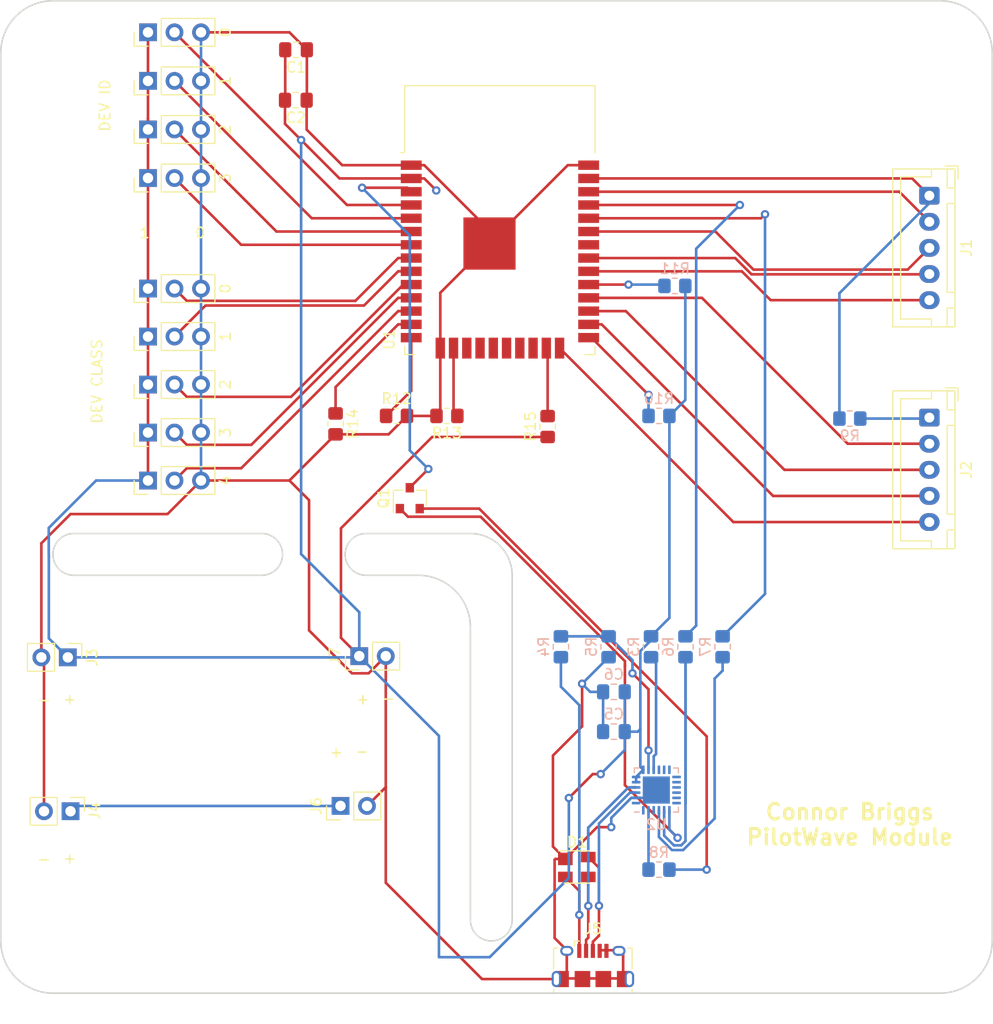
<source format=kicad_pcb>
(kicad_pcb (version 20211014) (generator pcbnew)
  (layers (0 "F.Cu" signal) (31 "B.Cu" signal) (34 "B.Paste" user) (35 "F.Paste" user) (36 "B.SilkS" user "B.Silkscreen") (37 "F.SilkS" user "F.Silkscreen") (38 "B.Mask" user) (39 "F.Mask" user) (44 "Edge.Cuts" user))
  (net 0 "")
  (net 1 "+3V3")
  (net 2 "Earth")
  (net 3 "+5V")
  (net 4 "Net-(D1-Pad4)")
  (net 5 "Net-(D1-Pad3)")
  (net 6 "Net-(D1-Pad2)")
  (net 7 "DEVCL_0")
  (net 8 "DEVCL_1")
  (net 9 "DEVCL_2")
  (net 10 "DEVCL_3")
  (net 11 "DEVCL_4")
  (net 12 "DEVID_0")
  (net 13 "DEVID_1")
  (net 14 "DEVID_2")
  (net 15 "DEVID_3")
  (net 16 "Net-(Q1-Pad1)")
  (net 17 "EN")
  (net 18 "Net-(Q1-Pad2)")
  (net 19 "Net-(R3-Pad2)")
  (net 20 "Net-(R6-Pad2)")
  (net 21 "TXD0")
  (net 22 "Net-(R7-Pad2)")
  (net 23 "RXD0")
  (net 24 "Net-(R8-Pad2)")
  (net 25 "IO0")
  (net 26 "IO5")
  (net 27 "MTDI")
  (net 28 "MTCK")
  (net 29 "MTMS")
  (net 30 "MTDO")
  (net 50 "DATA_IO")
  (net 51 "SHCP_1")
  (net 52 "STCP_1")
  (net 53 "OE_1")
  (net 54 "MR_1")
  (net 55 "SHCP_2")
  (net 56 "STCP_2")
  (net 57 "PL_2")
  (net 58 "MR_2")
  (net 59 "Net-(J2-Pad1)")
  (net 60 "Net-(R4-Pad1)")
  (footprint "Connector_JST:JST_XH_B5B-XH-A_1x05_P2.50mm_Vertical" (layer "F.Cu") (at 188.976 73.66 -90)
    (fp_text reference "J1")
    (fp_text value "OUTPUT")
  )
  (footprint "Connector_JST:JST_XH_B5B-XH-A_1x05_P2.50mm_Vertical" (layer "F.Cu") (at 188.976 94.902 -90)
    (fp_text reference "J2")
    (fp_text value "INPUT")
  )
  (footprint "MountingHole:MountingHole_4.3mm_M4_ISO14580" (layer "F.Cu") (at 105 145)
    (fp_text reference "REF**" hide)
    (fp_text value "MountingHole_4.3mm_M4_ISO14580" hide)
  )
  (footprint "Capacitor_SMD:C_0805_2012Metric_Pad1.18x1.45mm_HandSolder" (layer "F.Cu") (at 128.2915 59.69 180)
    (fp_text reference "C1")
    (fp_text value "10 uF")
  )
  (footprint "Capacitor_SMD:C_0805_2012Metric_Pad1.18x1.45mm_HandSolder" (layer "F.Cu") (at 128.27 64.516 180)
    (fp_text reference "C2")
    (fp_text value "0.1 uF")
  )
  (footprint "Package_TO_SOT_SMD:SOT-143" (layer "F.Cu") (at 155.194 137.922)
    (fp_text reference "D1")
    (fp_text value "SP0503BAHT")
  )
  (footprint "Connector_PinHeader_2.54mm:PinHeader_1x02_P2.54mm_Vertical" (layer "F.Cu") (at 106.426 117.856 -90)
    (fp_text reference "J3")
    (fp_text value "3V3 OUT")
  )
  (footprint "Connector_PinHeader_2.54mm:PinHeader_1x02_P2.54mm_Vertical" (layer "F.Cu") (at 106.68 132.588 -90)
    (fp_text reference "J4")
    (fp_text value "5V OUT")
  )
  (footprint "Connector_USB:USB_Micro-B_Amphenol_10118194_Horizontal" (layer "F.Cu") (at 156.734 147.3525)
    (fp_text reference "J5")
    (fp_text value "USB_B_Micro")
  )
  (footprint "Connector_PinHeader_2.54mm:PinHeader_1x03_P2.54mm_Vertical" (layer "F.Cu") (at 114.106 82.55 90)
    (fp_text reference "JP1")
    (fp_text value "0")
  )
  (footprint "Connector_PinHeader_2.54mm:PinHeader_1x03_P2.54mm_Vertical" (layer "F.Cu") (at 114.106 87.144 90)
    (fp_text reference "JP2")
    (fp_text value "1")
  )
  (footprint "Connector_PinHeader_2.54mm:PinHeader_1x03_P2.54mm_Vertical" (layer "F.Cu") (at 114.106 91.738 90)
    (fp_text reference "JP3")
    (fp_text value "2")
  )
  (footprint "Connector_PinHeader_2.54mm:PinHeader_1x03_P2.54mm_Vertical" (layer "F.Cu") (at 114.106 96.332 90)
    (fp_text reference "JP4")
    (fp_text value "3")
  )
  (footprint "Connector_PinHeader_2.54mm:PinHeader_1x03_P2.54mm_Vertical" (layer "F.Cu") (at 114.106 100.926 90)
    (fp_text reference "JP5")
    (fp_text value "4")
  )
  (footprint "Connector_PinHeader_2.54mm:PinHeader_1x03_P2.54mm_Vertical" (layer "F.Cu") (at 114.106 58.02 90)
    (fp_text reference "JP6")
    (fp_text value "0")
  )
  (footprint "Connector_PinHeader_2.54mm:PinHeader_1x03_P2.54mm_Vertical" (layer "F.Cu") (at 114.106 62.67 90)
    (fp_text reference "JP7")
    (fp_text value "1")
  )
  (footprint "Connector_PinHeader_2.54mm:PinHeader_1x03_P2.54mm_Vertical" (layer "F.Cu") (at 114.106 67.32 90)
    (fp_text reference "JP8")
    (fp_text value "2")
  )
  (footprint "Connector_PinHeader_2.54mm:PinHeader_1x03_P2.54mm_Vertical" (layer "F.Cu") (at 114.106 71.97 90)
    (fp_text reference "JP9")
    (fp_text value "3")
  )
  (footprint "Package_TO_SOT_SMD:SOT-23" (layer "F.Cu") (at 139.192 102.616 90)
    (fp_text reference "Q1")
    (fp_text value "S8050")
  )
  (footprint "Resistor_SMD:R_0805_2012Metric_Pad1.20x1.40mm_HandSolder" (layer "F.Cu") (at 137.922 94.742)
    (fp_text reference "R12")
    (fp_text value "10 K")
  )
  (footprint "Resistor_SMD:R_0805_2012Metric_Pad1.20x1.40mm_HandSolder" (layer "F.Cu") (at 142.748 94.742 180)
    (fp_text reference "R13")
    (fp_text value "10 K")
  )
  (footprint "Resistor_SMD:R_0805_2012Metric_Pad1.20x1.40mm_HandSolder" (layer "F.Cu") (at 132.08 95.504 -90)
    (fp_text reference "R14")
    (fp_text value "10 K")
  )
  (footprint "Resistor_SMD:R_0805_2012Metric_Pad1.20x1.40mm_HandSolder" (layer "F.Cu") (at 152.4 95.758 90)
    (fp_text reference "R15")
    (fp_text value "10 K")
  )
  (footprint "RF_Module:ESP32-WROOM-32" (layer "F.Cu") (at 147.828 78.994)
    (fp_text reference "U1")
    (fp_text value "ESP32-WROOM-32")
  )
  (footprint "MountingHole:MountingHole_4.3mm_M4_ISO14580" (layer "F.Cu") (at 105 60)
    (fp_text reference "REF**" hide)
    (fp_text value "MountingHole_4.3mm_M4_ISO14580" hide)
  )
  (footprint "MountingHole:MountingHole_4.3mm_M4_ISO14580" (layer "F.Cu") (at 190 60)
    (fp_text reference "REF**" hide)
    (fp_text value "MountingHole_4.3mm_M4_ISO14580" hide)
  )
  (footprint "MountingHole:MountingHole_4.3mm_M4_ISO14580" (layer "F.Cu") (at 190 145)
    (fp_text reference "REF**" hide)
    (fp_text value "MountingHole_4.3mm_M4_ISO14580" hide)
  )
  (footprint "Connector_PinHeader_2.54mm:PinHeader_1x02_P2.54mm_Vertical" (layer "F.Cu") (at 134.35 117.7375 90)
    (fp_text reference "J7")
    (fp_text value "3V3 IN")
  )
  (footprint "Connector_PinHeader_2.54mm:PinHeader_1x02_P2.54mm_Vertical" (layer "F.Cu") (at 132.55 132.08 90)
    (fp_text reference "J6")
    (fp_text value "5V IN")
  )
  (footprint "Resistor_SMD:R_0805_2012Metric_Pad1.20x1.40mm_HandSolder" (layer "B.Cu") (at 181.356 94.996)
    (fp_text reference "R9")
    (fp_text value "1 K")
  )
  (footprint "Capacitor_SMD:C_0805_2012Metric_Pad1.18x1.45mm_HandSolder" (layer "B.Cu") (at 158.75 124.968 180)
    (fp_text reference "C5")
    (fp_text value "4.7 uF")
  )
  (footprint "Capacitor_SMD:C_0805_2012Metric_Pad1.18x1.45mm_HandSolder" (layer "B.Cu") (at 158.75 121.158 180)
    (fp_text reference "C6")
    (fp_text value "0.1 uF")
  )
  (footprint "Resistor_SMD:R_0805_2012Metric_Pad1.20x1.40mm_HandSolder" (layer "B.Cu") (at 162.306 116.84 -90)
    (fp_text reference "R3")
    (fp_text value "1 K")
  )
  (footprint "Resistor_SMD:R_0805_2012Metric_Pad1.20x1.40mm_HandSolder" (layer "B.Cu") (at 153.67 116.84 -90)
    (fp_text reference "R4")
    (fp_text value "22.1 K")
  )
  (footprint "Resistor_SMD:R_0805_2012Metric_Pad1.20x1.40mm_HandSolder" (layer "B.Cu") (at 158.242 116.84 -90)
    (fp_text reference "R5")
    (fp_text value "47.5 K")
  )
  (footprint "Resistor_SMD:R_0805_2012Metric_Pad1.20x1.40mm_HandSolder" (layer "B.Cu") (at 165.608 116.84 -90)
    (fp_text reference "R6")
    (fp_text value "1 K")
  )
  (footprint "Resistor_SMD:R_0805_2012Metric_Pad1.20x1.40mm_HandSolder" (layer "B.Cu") (at 169.164 116.84 -90)
    (fp_text reference "R7")
    (fp_text value "1 K")
  )
  (footprint "Resistor_SMD:R_0805_2012Metric_Pad1.20x1.40mm_HandSolder" (layer "B.Cu") (at 163.068 138.176 180)
    (fp_text reference "R8")
    (fp_text value "10 K")
  )
  (footprint "Resistor_SMD:R_0805_2012Metric_Pad1.20x1.40mm_HandSolder" (layer "B.Cu") (at 163.068 94.742 180)
    (fp_text reference "R10")
    (fp_text value "10 K")
  )
  (footprint "Resistor_SMD:R_0805_2012Metric_Pad1.20x1.40mm_HandSolder" (layer "B.Cu") (at 164.592 82.296 180)
    (fp_text reference "R11")
    (fp_text value "10 K")
  )
  (footprint "Package_DFN_QFN:QFN-24-1EP_4x4mm_P0.5mm_EP2.6x2.6mm" (layer "B.Cu") (at 162.814 130.556)
    (fp_text reference "U2")
    (fp_text value "CP2102N-A01-GQFN24")
  )
  (gr_line (start 100 145) (end 100 60) (layer "Edge.Cuts") (width 0.15))
  (gr_line (start 135 110) (end 140 110) (layer "Edge.Cuts") (width 0.15))
  (gr_arc (start 100 60) (mid 101.464466 56.464466) (end 105 55) (layer "Edge.Cuts") (width 0.15))
  (gr_line (start 105 150) (end 190 150) (layer "Edge.Cuts") (width 0.15))
  (gr_arc (start 135 110) (mid 133 108) (end 135 106) (layer "Edge.Cuts") (width 0.15))
  (gr_arc (start 140 110) (mid 143.535534 111.464466) (end 145 115) (layer "Edge.Cuts") (width 0.15))
  (gr_arc (start 145 106) (mid 147.828427 107.171573) (end 149 110) (layer "Edge.Cuts") (width 0.15))
  (gr_arc (start 125 106) (mid 127 108) (end 125 110) (layer "Edge.Cuts") (width 0.15))
  (gr_line (start 105 55) (end 190 55) (layer "Edge.Cuts") (width 0.15))
  (gr_line (start 195 60) (end 195 145) (layer "Edge.Cuts") (width 0.15))
  (gr_arc (start 190 55) (mid 193.535534 56.464466) (end 195 60) (layer "Edge.Cuts") (width 0.15))
  (gr_arc (start 149 143) (mid 147 145) (end 145 143) (layer "Edge.Cuts") (width 0.15))
  (gr_line (start 107 106) (end 125 106) (layer "Edge.Cuts") (width 0.15))
  (gr_arc (start 107 110) (mid 105 108) (end 107 106) (layer "Edge.Cuts") (width 0.15))
  (gr_arc (start 105 150) (mid 101.464466 148.535534) (end 100 145) (layer "Edge.Cuts") (width 0.15))
  (gr_line (start 107 110) (end 125 110) (layer "Edge.Cuts") (width 0.15))
  (gr_line (start 135 106) (end 145 106) (layer "Edge.Cuts") (width 0.15))
  (gr_line (start 149 110) (end 149 143) (layer "Edge.Cuts") (width 0.15))
  (gr_line (start 145 115) (end 145 143) (layer "Edge.Cuts") (width 0.15))
  (gr_arc (start 195 145) (mid 193.535534 148.535534) (end 190 150) (layer "Edge.Cuts") (width 0.15))
  (gr_text "-" (at 104.14 121.92) (layer "F.SilkS") (effects (font (size 1 1))))
  (gr_text "+" (at 134.62 121.92 90) (layer "F.SilkS") (effects (font (size 1 1))))
  (gr_text "+" (at 106.68 121.92 270) (layer "F.SilkS") (effects (font (size 1 1))))
  (gr_text "0" (at 119.126 77.216) (layer "F.SilkS") (effects (font (size 1 1))))
  (gr_text "DEV ID" (at 109.982 65.024 90) (layer "F.SilkS") (effects (font (size 1 1))))
  (gr_text "-" (at 134.62 127 180) (layer "F.SilkS") (effects (font (size 1 1))))
  (gr_text "+" (at 106.68 137.16 270) (layer "F.SilkS") (effects (font (size 1 1))))
  (gr_text "Connor Briggs\nPilotWave Module" (at 181.356 133.858) (layer "F.SilkS") (effects (font (size 1.5 1.5) (thickness 0.3))))
  (gr_text "-" (at 104.14 137.16) (layer "F.SilkS") (effects (font (size 1 1))))
  (gr_text "+" (at 132.08 127 90) (layer "F.SilkS") (effects (font (size 1 1))))
  (gr_text "-" (at 137.16 121.92 180) (layer "F.SilkS") (effects (font (size 1 1))))
  (gr_text "1" (at 113.792 77.216) (layer "F.SilkS") (effects (font (size 1 1))))
  (gr_text "DEV CLASS" (at 109.22 91.44 90) (layer "F.SilkS") (effects (font (size 1 1))))
  (segment (start 141.7265 73.1575) (end 141.732 73.163) (width 0.25) (layer "F.Cu") (net 1))
  (segment (start 154.432 131.318) (end 154.432 131.318) (width 0.25) (layer "F.Cu") (net 1))
  (segment (start 128.778 68.326) (end 129.54 69.088) (width 0.25) (layer "F.Cu") (net 1))
  (segment (start 114.106 91.738) (end 114.106 87.144) (width 0.25) (layer "F.Cu") (net 1))
  (segment (start 114.106 96.332) (end 114.106 91.738) (width 0.25) (layer "F.Cu") (net 1))
  (segment (start 139.328 72.009) (end 140.578 72.009) (width 0.25) (layer "F.Cu") (net 1))
  (segment (start 114.106 67.32) (end 114.106 71.97) (width 0.25) (layer "F.Cu") (net 1))
  (segment (start 129.3075 68.8555) (end 129.54 69.088) (width 0.25) (layer "F.Cu") (net 1))
  (segment (start 114.106 82.55) (end 114.106 71.97) (width 0.25) (layer "F.Cu") (net 1))
  (segment (start 127.2325 64.516) (end 127.2325 66.7805) (width 0.25) (layer "F.Cu") (net 1))
  (segment (start 127.254 64.4945) (end 127.2325 64.516) (width 0.25) (layer "F.Cu") (net 1))
  (segment (start 114.106 62.67) (end 114.106 58.02) (width 0.25) (layer "F.Cu") (net 1))
  (segment (start 132.597097 115.984597) (end 134.35 117.7375) (width 0.25) (layer "F.Cu") (net 1))
  (segment (start 114.106 100.926) (end 114.106 96.332) (width 0.25) (layer "F.Cu") (net 1))
  (segment (start 132.461 72.009) (end 139.328 72.009) (width 0.25) (layer "F.Cu") (net 1))
  (segment (start 157.48 129.032) (end 156.718 129.032) (width 0.25) (layer "F.Cu") (net 1))
  (segment (start 132.597097 105.497808) (end 132.597097 115.984597) (width 0.25) (layer "F.Cu") (net 1))
  (segment (start 127.2325 66.7805) (end 128.778 68.326) (width 0.25) (layer "F.Cu") (net 1))
  (segment (start 156.718 129.032) (end 154.432 131.318) (width 0.25) (layer "F.Cu") (net 1))
  (segment (start 152.4 96.758) (end 141.336905 96.758) (width 0.25) (layer "F.Cu") (net 1))
  (segment (start 114.106 67.32) (end 114.106 62.67) (width 0.25) (layer "F.Cu") (net 1))
  (segment (start 127.254 59.69) (end 127.254 64.4945) (width 0.25) (layer "F.Cu") (net 1))
  (segment (start 114.106 67.32) (end 114.106 66.234) (width 0.25) (layer "F.Cu") (net 1))
  (segment (start 114.106 87.144) (end 114.106 82.55) (width 0.25) (layer "F.Cu") (net 1))
  (segment (start 140.578 72.009) (end 141.7265 73.1575) (width 0.25) (layer "F.Cu") (net 1))
  (segment (start 129.54 69.088) (end 132.461 72.009) (width 0.25) (layer "F.Cu") (net 1))
  (segment (start 141.336905 96.758) (end 132.597097 105.497808) (width 0.25) (layer "F.Cu") (net 1))
  (via (at 154.432 131.318) (size 0.8) (drill 0.4) (layers "F.Cu" "B.Cu") (net 1))
  (via (at 128.778 68.326) (size 0.8) (drill 0.4) (layers "F.Cu" "B.Cu") (net 1))
  (via (at 141.7265 73.1575) (size 0.8) (drill 0.4) (layers "F.Cu" "B.Cu") (net 1))
  (via (at 157.48 129.032) (size 0.8) (drill 0.4) (layers "F.Cu" "B.Cu") (net 1))
  (segment (start 157.48 129.032) (end 157.48 129.032) (width 0.25) (layer "B.Cu") (net 1))
  (segment (start 159.7875 124.968) (end 161.036 124.968) (width 0.25) (layer "B.Cu") (net 1))
  (segment (start 154.432 138.970674) (end 146.844674 146.558) (width 0.25) (layer "B.Cu") (net 1))
  (segment (start 154.432 131.318) (end 154.432 138.970674) (width 0.25) (layer "B.Cu") (net 1))
  (segment (start 146.844674 146.558) (end 141.986 146.558) (width 0.25) (layer "B.Cu") (net 1))
  (segment (start 161.28099 128.33549) (end 161.28099 124.72301) (width 0.25) (layer "B.Cu") (net 1))
  (segment (start 128.778 107.963799) (end 128.778 68.326) (width 0.25) (layer "B.Cu") (net 1))
  (segment (start 109.132 100.926) (end 114.106 100.926) (width 0.25) (layer "B.Cu") (net 1))
  (segment (start 104.603574 116.033574) (end 104.603574 108.164229) (width 0.25) (layer "B.Cu") (net 1))
  (segment (start 104.596375 107.843324) (end 104.596375 105.461625) (width 0.25) (layer "B.Cu") (net 1))
  (segment (start 161.036 124.968) (end 161.28099 124.72301) (width 0.25) (layer "B.Cu") (net 1))
  (segment (start 164.068 94.742) (end 164.068 114.078) (width 0.25) (layer "B.Cu") (net 1))
  (segment (start 165.592 93.218) (end 164.068 94.742) (width 0.25) (layer "B.Cu") (net 1))
  (segment (start 162.306 116.22681) (end 162.306 115.84) (width 0.25) (layer "B.Cu") (net 1))
  (segment (start 161.28099 117.25182) (end 162.306 116.22681) (width 0.25) (layer "B.Cu") (net 1))
  (segment (start 106.426 117.856) (end 134.2315 117.856) (width 0.25) (layer "B.Cu") (net 1))
  (segment (start 104.596375 105.461625) (end 109.132 100.926) (width 0.25) (layer "B.Cu") (net 1))
  (segment (start 160.8765 129.806) (end 160.8765 129.306) (width 0.25) (layer "B.Cu") (net 1))
  (segment (start 161.28099 124.72301) (end 161.28099 117.25182) (width 0.25) (layer "B.Cu") (net 1))
  (segment (start 128.778 107.963799) (end 134.35 113.535799) (width 0.25) (layer "B.Cu") (net 1))
  (segment (start 165.592 82.296) (end 165.592 93.218) (width 0.25) (layer "B.Cu") (net 1))
  (segment (start 160.8765 129.306) (end 161.564 128.6185) (width 0.25) (layer "B.Cu") (net 1))
  (segment (start 141.986 125.3735) (end 134.35 117.7375) (width 0.25) (layer "B.Cu") (net 1))
  (segment (start 134.2315 117.856) (end 134.35 117.7375) (width 0.25) (layer "B.Cu") (net 1))
  (segment (start 106.426 117.856) (end 104.603574 116.033574) (width 0.25) (layer "B.Cu") (net 1))
  (segment (start 134.35 113.535799) (end 134.35 117.7375) (width 0.25) (layer "B.Cu") (net 1))
  (segment (start 141.986 146.558) (end 141.986 125.3735) (width 0.25) (layer "B.Cu") (net 1))
  (segment (start 161.564 128.6185) (end 161.28099 128.33549) (width 0.25) (layer "B.Cu") (net 1))
  (segment (start 104.603574 108.164229) (end 104.596375 107.843324) (width 0.25) (layer "B.Cu") (net 1))
  (segment (start 164.068 114.078) (end 162.306 115.84) (width 0.25) (layer "B.Cu") (net 1))
  (segment (start 159.7875 124.968) (end 159.7875 126.7245) (width 0.25) (layer "B.Cu") (net 1))
  (segment (start 159.7875 126.7245) (end 157.48 129.032) (width 0.25) (layer "B.Cu") (net 1))
  (segment (start 159.7875 121.158) (end 159.7875 124.968) (width 0.25) (layer "B.Cu") (net 1))
  (segment (start 129.329 59.69) (end 129.329 64.4945) (width 0.25) (layer "F.Cu") (net 2))
  (segment (start 136.89 139.43) (end 146.1125 148.6525) (width 0.25) (layer "F.Cu") (net 2))
  (segment (start 155.702 120.38) (end 155.702 124.46) (width 0.25) (layer "F.Cu") (net 2))
  (segment (start 146.828 76.989) (end 146.828 78.239) (width 0.25) (layer "F.Cu") (net 2))
  (segment (start 153.144 137.152) (end 153.068999 137.227001) (width 0.25) (layer "F.Cu") (net 2))
  (segment (start 132.08 96.504) (end 137.16 96.504) (width 0.25) (layer "F.Cu") (net 2))
  (segment (start 137.16 96.504) (end 138.922 94.742) (width 0.25) (layer "F.Cu") (net 2))
  (segment (start 127.659 58.02) (end 119.186 58.02) (width 0.25) (layer "F.Cu") (net 2))
  (segment (start 159.234 145.89) (end 158.034 145.89) (width 0.25) (layer "F.Cu") (net 2))
  (segment (start 136.89 130.28) (end 136.89 139.43) (width 0.25) (layer "F.Cu") (net 2))
  (segment (start 103.886 106.934) (end 106.68 104.14) (width 0.25) (layer "F.Cu") (net 2))
  (segment (start 104.14 132.588) (end 104.14 118.11) (width 0.25) (layer "F.Cu") (net 2))
  (segment (start 152.908 135.966) (end 154.094 137.152) (width 0.25) (layer "F.Cu") (net 2))
  (segment (start 136.89 117.7375) (end 136.89 130.28) (width 0.25) (layer "F.Cu") (net 2))
  (segment (start 138.922 94.742) (end 141.748 94.742) (width 0.25) (layer "F.Cu") (net 2))
  (segment (start 154.094 137.152) (end 153.144 137.152) (width 0.25) (layer "F.Cu") (net 2))
  (segment (start 106.68 104.14) (end 115.972 104.14) (width 0.25) (layer "F.Cu") (net 2))
  (segment (start 104.14 118.11) (end 103.886 117.856) (width 0.25) (layer "F.Cu") (net 2))
  (segment (start 133.6425 119.38) (end 135.2475 119.38) (width 0.25) (layer "F.Cu") (net 2))
  (segment (start 142.113 94.377) (end 141.748 94.742) (width 0.25) (layer "F.Cu") (net 2))
  (segment (start 115.972 104.14) (end 119.186 100.926) (width 0.25) (layer "F.Cu") (net 2))
  (segment (start 127.658 100.926) (end 132.08 96.504) (width 0.25) (layer "F.Cu") (net 2))
  (segment (start 155.734 148.59) (end 157.734 148.59) (width 0.25) (layer "F.Cu") (net 2))
  (segment (start 129.3075 67.3315) (end 132.715 70.739) (width 0.25) (layer "F.Cu") (net 2))
  (segment (start 158.034 145.89) (end 157.384 145.89) (width 0.25) (layer "F.Cu") (net 2))
  (segment (start 142.113 82.954) (end 142.113 88.249) (width 0.25) (layer "F.Cu") (net 2))
  (segment (start 152.908 127.254) (end 152.908 135.966) (width 0.25) (layer "F.Cu") (net 2))
  (segment (start 154.234 148.19) (end 153.834 148.59) (width 0.25) (layer "F.Cu") (net 2))
  (segment (start 158.496 134.112) (end 157.134 134.112) (width 0.25) (layer "F.Cu") (net 2))
  (segment (start 154.234 145.89) (end 154.234 148.19) (width 0.25) (layer "F.Cu") (net 2))
  (segment (start 155.702 124.46) (end 152.908 127.254) (width 0.25) (layer "F.Cu") (net 2))
  (segment (start 129.54 115.2775) (end 133.6425 119.38) (width 0.25) (layer "F.Cu") (net 2))
  (segment (start 159.634 146.29) (end 159.234 145.89) (width 0.25) (layer "F.Cu") (net 2))
  (segment (start 129.329 64.4945) (end 129.3075 64.516) (width 0.25) (layer "F.Cu") (net 2))
  (segment (start 129.3075 64.516) (end 129.3075 67.3315) (width 0.25) (layer "F.Cu") (net 2))
  (segment (start 154.328 70.739) (end 156.328 70.739) (width 0.25) (layer "F.Cu") (net 2))
  (segment (start 159.634 148.59) (end 159.634 146.29) (width 0.25) (layer "F.Cu") (net 2))
  (segment (start 142.113 88.249) (end 142.113 94.377) (width 0.25) (layer "F.Cu") (net 2))
  (segment (start 153.834 148.59) (end 155.734 148.59) (width 0.25) (layer "F.Cu") (net 2))
  (segment (start 157.734 148.59) (end 159.634 148.59) (width 0.25) (layer "F.Cu") (net 2))
  (segment (start 103.886 117.856) (end 103.886 106.934) (width 0.25) (layer "F.Cu") (net 2))
  (segment (start 119.186 100.926) (end 127.658 100.926) (width 0.25) (layer "F.Cu") (net 2))
  (segment (start 132.715 70.739) (end 139.328 70.739) (width 0.25) (layer "F.Cu") (net 2))
  (segment (start 159.634 148.59) (end 160.234 148.59) (width 0.25) (layer "F.Cu") (net 2))
  (segment (start 146.1125 148.6525) (end 153.234 148.6525) (width 0.25) (layer "F.Cu") (net 2))
  (segment (start 129.54 102.808) (end 129.54 115.2775) (width 0.25) (layer "F.Cu") (net 2))
  (segment (start 135.2475 119.38) (end 136.89 117.7375) (width 0.25) (layer "F.Cu") (net 2))
  (segment (start 153.068999 144.724999) (end 154.234 145.89) (width 0.25) (layer "F.Cu") (net 2))
  (segment (start 153.834 148.59) (end 153.234 148.59) (width 0.25) (layer "F.Cu") (net 2))
  (segment (start 139.328 70.739) (end 140.578 70.739) (width 0.25) (layer "F.Cu") (net 2))
  (segment (start 136.89 130.28) (end 135.09 132.08) (width 0.25) (layer "F.Cu") (net 2))
  (segment (start 140.578 70.739) (end 146.828 76.989) (width 0.25) (layer "F.Cu") (net 2))
  (segment (start 129.329 59.69) (end 127.659 58.02) (width 0.25) (layer "F.Cu") (net 2))
  (segment (start 146.828 78.239) (end 142.113 82.954) (width 0.25) (layer "F.Cu") (net 2))
  (segment (start 146.828 78.239) (end 154.328 70.739) (width 0.25) (layer "F.Cu") (net 2))
  (segment (start 153.068999 137.227001) (end 153.068999 144.724999) (width 0.25) (layer "F.Cu") (net 2))
  (segment (start 127.658 100.926) (end 129.54 102.808) (width 0.25) (layer "F.Cu") (net 2))
  (segment (start 157.134 134.112) (end 154.094 137.152) (width 0.25) (layer "F.Cu") (net 2))
  (via (at 155.702 120.38) (size 0.8) (drill 0.4) (layers "F.Cu" "B.Cu") (net 2))
  (via (at 158.496 134.112) (size 0.8) (drill 0.4) (layers "F.Cu" "B.Cu") (net 2))
  (segment (start 155.702 120.38) (end 155.702 120.38) (width 0.25) (layer "B.Cu") (net 2))
  (segment (start 119.186 91.738) (end 119.186 96.332) (width 0.25) (layer "B.Cu") (net 2))
  (segment (start 119.186 62.67) (end 119.186 67.32) (width 0.25) (layer "B.Cu") (net 2))
  (segment (start 162.064 131.306) (end 162.814 130.556) (width 0.25) (layer "B.Cu") (net 2))
  (segment (start 157.7125 121.158) (end 156.48 121.158) (width 0.25) (layer "B.Cu") (net 2))
  (segment (start 158.496 133.225978) (end 160.415978 131.306) (width 0.25) (layer "B.Cu") (net 2))
  (segment (start 160.8765 131.306) (end 162.064 131.306) (width 0.25) (layer "B.Cu") (net 2))
  (segment (start 119.186 96.332) (end 119.186 100.926) (width 0.25) (layer "B.Cu") (net 2))
  (segment (start 119.186 87.144) (end 119.186 91.738) (width 0.25) (layer "B.Cu") (net 2))
  (segment (start 119.186 58.02) (end 119.186 62.67) (width 0.25) (layer "B.Cu") (net 2))
  (segment (start 160.415978 131.306) (end 160.8765 131.306) (width 0.25) (layer "B.Cu") (net 2))
  (segment (start 119.186 67.32) (end 119.186 71.97) (width 0.25) (layer "B.Cu") (net 2))
  (segment (start 158.496 134.112) (end 158.496 133.225978) (width 0.25) (layer "B.Cu") (net 2))
  (segment (start 157.7125 124.968) (end 157.7125 121.158) (width 0.25) (layer "B.Cu") (net 2))
  (segment (start 158.242 117.84) (end 155.702 120.38) (width 0.25) (layer "B.Cu") (net 2))
  (segment (start 156.48 121.158) (end 155.702 120.38) (width 0.25) (layer "B.Cu") (net 2))
  (segment (start 119.186 71.97) (end 119.186 82.55) (width 0.25) (layer "B.Cu") (net 2))
  (segment (start 119.186 82.55) (end 119.186 87.144) (width 0.25) (layer "B.Cu") (net 2))
  (segment (start 132.55 132.08) (end 107.188 132.08) (width 0.25) (layer "B.Cu") (net 3))
  (segment (start 107.188 132.08) (end 106.68 132.588) (width 0.25) (layer "B.Cu") (net 3))
  (segment (start 157.319001 141.638999) (end 157.319001 144.494997) (width 0.25) (layer "F.Cu") (net 4))
  (segment (start 157.319001 144.494997) (end 156.734 145.079998) (width 0.25) (layer "F.Cu") (net 4))
  (segment (start 157.319001 137.997001) (end 157.319001 141.638999) (width 0.25) (layer "F.Cu") (net 4))
  (segment (start 156.734 145.079998) (end 156.734 145.89) (width 0.25) (layer "F.Cu") (net 4))
  (segment (start 156.294 136.972) (end 157.319001 137.997001) (width 0.25) (layer "F.Cu") (net 4))
  (via (at 157.319001 141.638999) (size 0.8) (drill 0.4) (layers "F.Cu" "B.Cu") (net 4))
  (segment (start 160.415978 130.806) (end 160.8765 130.806) (width 0.25) (layer "B.Cu") (net 4))
  (segment (start 160.279568 130.806) (end 157.319001 133.766567) (width 0.25) (layer "B.Cu") (net 4))
  (segment (start 157.319001 133.766567) (end 157.319001 133.902977) (width 0.25) (layer "B.Cu") (net 4))
  (segment (start 157.319001 141.638999) (end 157.319001 133.902977) (width 0.25) (layer "B.Cu") (net 4))
  (segment (start 160.8765 130.806) (end 160.279568 130.806) (width 0.25) (layer "B.Cu") (net 4))
  (segment (start 156.294 141.648) (end 156.294 144.696) (width 0.25) (layer "F.Cu") (net 5))
  (segment (start 156.294 138.872) (end 156.294 141.648) (width 0.25) (layer "F.Cu") (net 5))
  (segment (start 156.294 144.696) (end 156.084 144.906) (width 0.25) (layer "F.Cu") (net 5))
  (segment (start 156.084 144.906) (end 156.084 145.89) (width 0.25) (layer "F.Cu") (net 5))
  (via (at 156.294 141.648) (size 0.8) (drill 0.4) (layers "F.Cu" "B.Cu") (net 5))
  (segment (start 160.8765 130.306) (end 160.143158 130.306) (width 0.25) (layer "B.Cu") (net 5))
  (segment (start 156.294 134.79) (end 156.294 134.291568) (width 0.25) (layer "B.Cu") (net 5))
  (segment (start 156.294 134.155158) (end 156.294 134.79) (width 0.25) (layer "B.Cu") (net 5))
  (segment (start 156.294 141.648) (end 156.294 134.79) (width 0.25) (layer "B.Cu") (net 5))
  (segment (start 160.279568 130.306) (end 160.8765 130.306) (width 0.25) (layer "B.Cu") (net 5))
  (segment (start 160.143158 130.306) (end 156.294 134.155158) (width 0.25) (layer "B.Cu") (net 5))
  (segment (start 155.434 142.508) (end 155.434 145.89) (width 0.25) (layer "F.Cu") (net 6))
  (segment (start 154.094 138.872) (end 155.434 140.212) (width 0.25) (layer "F.Cu") (net 6))
  (segment (start 155.434 140.212) (end 155.434 142.508) (width 0.25) (layer "F.Cu") (net 6))
  (via (at 155.434 142.508) (size 0.8) (drill 0.4) (layers "F.Cu" "B.Cu") (net 6))
  (segment (start 153.67 120.662) (end 155.434 122.426) (width 0.25) (layer "B.Cu") (net 6))
  (segment (start 153.67 117.84) (end 153.67 120.662) (width 0.25) (layer "B.Cu") (net 6))
  (segment (start 155.434 142.508) (end 155.434 122.426) (width 0.25) (layer "B.Cu") (net 6))
  (segment (start 133.981999 83.725001) (end 138.078 79.629) (width 0.25) (layer "F.Cu") (net 7))
  (segment (start 116.646 82.55) (end 117.821001 83.725001) (width 0.25) (layer "F.Cu") (net 7))
  (segment (start 117.821001 83.725001) (end 133.981999 83.725001) (width 0.25) (layer "F.Cu") (net 7))
  (segment (start 138.078 79.629) (end 139.328 79.629) (width 0.25) (layer "F.Cu") (net 7))
  (segment (start 119.61499 84.17501) (end 134.80199 84.17501) (width 0.25) (layer "F.Cu") (net 8))
  (segment (start 138.078 80.899) (end 139.328 80.899) (width 0.25) (layer "F.Cu") (net 8))
  (segment (start 116.646 87.144) (end 119.61499 84.17501) (width 0.25) (layer "F.Cu") (net 8))
  (segment (start 134.80199 84.17501) (end 138.078 80.899) (width 0.25) (layer "F.Cu") (net 8))
  (segment (start 117.821001 92.913001) (end 127.818997 92.913001) (width 0.25) (layer "F.Cu") (net 9))
  (segment (start 127.818997 92.913001) (end 138.562998 82.169) (width 0.25) (layer "F.Cu") (net 9))
  (segment (start 138.562998 82.169) (end 139.328 82.169) (width 0.25) (layer "F.Cu") (net 9))
  (segment (start 116.646 91.738) (end 117.821001 92.913001) (width 0.25) (layer "F.Cu") (net 9))
  (segment (start 116.646 96.332) (end 117.821001 97.507001) (width 0.25) (layer "F.Cu") (net 10))
  (segment (start 138.078 83.439) (end 139.328 83.439) (width 0.25) (layer "F.Cu") (net 10))
  (segment (start 124.009999 97.507001) (end 138.078 83.439) (width 0.25) (layer "F.Cu") (net 10))
  (segment (start 117.821001 97.507001) (end 124.009999 97.507001) (width 0.25) (layer "F.Cu") (net 10))
  (segment (start 138.078 84.709) (end 139.328 84.709) (width 0.25) (layer "F.Cu") (net 11))
  (segment (start 116.646 100.926) (end 117.821001 99.750999) (width 0.25) (layer "F.Cu") (net 11))
  (segment (start 117.821001 99.750999) (end 123.036001 99.750999) (width 0.25) (layer "F.Cu") (net 11))
  (segment (start 123.036001 99.750999) (end 138.078 84.709) (width 0.25) (layer "F.Cu") (net 11))
  (segment (start 133.175 74.549) (end 139.328 74.549) (width 0.25) (layer "F.Cu") (net 12))
  (segment (start 116.646 58.02) (end 133.175 74.549) (width 0.25) (layer "F.Cu") (net 12))
  (segment (start 116.646 62.67) (end 129.795 75.819) (width 0.25) (layer "F.Cu") (net 13))
  (segment (start 129.795 75.819) (end 139.328 75.819) (width 0.25) (layer "F.Cu") (net 13))
  (segment (start 116.646 67.32) (end 126.415 77.089) (width 0.25) (layer "F.Cu") (net 14))
  (segment (start 126.415 77.089) (end 139.328 77.089) (width 0.25) (layer "F.Cu") (net 14))
  (segment (start 123.035 78.359) (end 139.328 78.359) (width 0.25) (layer "F.Cu") (net 15))
  (segment (start 116.646 71.97) (end 123.035 78.359) (width 0.25) (layer "F.Cu") (net 15))
  (segment (start 159.802999 118.218407) (end 159.802999 118.654999) (width 0.25) (layer "F.Cu") (net 16))
  (segment (start 139.017001 104.391001) (end 145.975593 104.391001) (width 0.25) (layer "F.Cu") (net 16))
  (segment (start 159.802999 118.574967) (end 159.802999 118.654999) (width 0.25) (layer "F.Cu") (net 16))
  (segment (start 145.975593 104.391001) (end 159.802999 118.218407) (width 0.25) (layer "F.Cu") (net 16))
  (segment (start 138.242 103.616) (end 139.017001 104.391001) (width 0.25) (layer "F.Cu") (net 16))
  (segment (start 159.802999 130.084999) (end 164.846 135.128) (width 0.25) (layer "F.Cu") (net 16))
  (segment (start 159.802999 118.654999) (end 159.802999 130.084999) (width 0.25) (layer "F.Cu") (net 16))
  (via (at 164.846 135.128) (size 0.8) (drill 0.4) (layers "F.Cu" "B.Cu") (net 16))
  (segment (start 164.846 135.128) (end 164.846 135.128) (width 0.25) (layer "B.Cu") (net 16))
  (segment (start 164.064 132.4935) (end 164.064 134.092) (width 0.25) (layer "B.Cu") (net 16))
  (segment (start 164.064 134.346) (end 164.846 135.128) (width 0.25) (layer "B.Cu") (net 16))
  (segment (start 164.064 134.092) (end 164.064 134.346) (width 0.25) (layer "B.Cu") (net 16))
  (segment (start 140.97 99.822) (end 140.97 99.822) (width 0.25) (layer "F.Cu") (net 17))
  (segment (start 139.192 101.616) (end 139.192 101.6) (width 0.25) (layer "F.Cu") (net 17))
  (segment (start 138.947 72.898) (end 139.328 73.279) (width 0.25) (layer "F.Cu") (net 17))
  (segment (start 139.192 101.616) (end 139.192 101.346) (width 0.25) (layer "F.Cu") (net 17))
  (segment (start 134.62 72.898) (end 138.947 72.898) (width 0.25) (layer "F.Cu") (net 17))
  (segment (start 139.192 101.6) (end 140.97 99.822) (width 0.25) (layer "F.Cu") (net 17))
  (via (at 140.97 99.822) (size 0.8) (drill 0.4) (layers "F.Cu" "B.Cu") (net 17))
  (via (at 134.62 72.898) (size 0.8) (drill 0.4) (layers "F.Cu" "B.Cu") (net 17))
  (segment (start 134.62 72.898) (end 134.62 72.898) (width 0.25) (layer "B.Cu") (net 17))
  (segment (start 139.192 98.044) (end 140.97 99.822) (width 0.25) (layer "B.Cu") (net 17))
  (segment (start 139.192 77.47) (end 134.62 72.898) (width 0.25) (layer "B.Cu") (net 17))
  (segment (start 139.192 77.47) (end 139.192 98.044) (width 0.25) (layer "B.Cu") (net 17))
  (segment (start 167.64 138.176) (end 167.64 126.238) (width 0.25) (layer "F.Cu") (net 18))
  (segment (start 140.142 103.616) (end 145.837002 103.616) (width 0.25) (layer "F.Cu") (net 18))
  (segment (start 145.837002 103.616) (end 167.64 125.418998) (width 0.25) (layer "F.Cu") (net 18))
  (segment (start 167.64 125.418998) (end 167.64 126.238) (width 0.25) (layer "F.Cu") (net 18))
  (via (at 167.64 138.176) (size 0.8) (drill 0.4) (layers "F.Cu" "B.Cu") (net 18))
  (segment (start 167.64 138.176) (end 167.64 138.176) (width 0.25) (layer "B.Cu") (net 18))
  (segment (start 164.068 138.176) (end 167.64 138.176) (width 0.25) (layer "B.Cu") (net 18))
  (segment (start 162.789001 118.323001) (end 162.306 117.84) (width 0.25) (layer "B.Cu") (net 19))
  (segment (start 162.564 127.331002) (end 162.789001 127.106001) (width 0.25) (layer "B.Cu") (net 19))
  (segment (start 162.564 128.6185) (end 162.564 127.331002) (width 0.25) (layer "B.Cu") (net 19))
  (segment (start 162.789001 127.106001) (end 162.789001 118.323001) (width 0.25) (layer "B.Cu") (net 19))
  (segment (start 165.608 131.910022) (end 165.608 117.84) (width 0.25) (layer "B.Cu") (net 20))
  (segment (start 165.194001 135.853001) (end 165.608 135.439002) (width 0.25) (layer "B.Cu") (net 20))
  (segment (start 164.497999 135.853001) (end 165.194001 135.853001) (width 0.25) (layer "B.Cu") (net 20))
  (segment (start 163.564 132.4935) (end 163.564 134.919002) (width 0.25) (layer "B.Cu") (net 20))
  (segment (start 165.608 135.439002) (end 165.608 117.84) (width 0.25) (layer "B.Cu") (net 20))
  (segment (start 163.564 134.919002) (end 164.497999 135.853001) (width 0.25) (layer "B.Cu") (net 20))
  (segment (start 170.815 74.549) (end 170.815 74.549) (width 0.25) (layer "F.Cu") (net 21))
  (segment (start 156.328 74.549) (end 170.815 74.549) (width 0.25) (layer "F.Cu") (net 21))
  (via (at 170.815 74.549) (size 0.8) (drill 0.4) (layers "F.Cu" "B.Cu") (net 21))
  (segment (start 166.63301 114.81499) (end 165.608 115.84) (width 0.25) (layer "B.Cu") (net 21))
  (segment (start 166.63301 78.73099) (end 166.63301 114.81499) (width 0.25) (layer "B.Cu") (net 21))
  (segment (start 170.815 74.549) (end 166.63301 78.73099) (width 0.25) (layer "B.Cu") (net 21))
  (segment (start 169.164 119.126) (end 168.402 119.888) (width 0.25) (layer "B.Cu") (net 22))
  (segment (start 168.402 133.281412) (end 168.402 119.888) (width 0.25) (layer "B.Cu") (net 22))
  (segment (start 165.380402 136.30301) (end 168.402 133.281412) (width 0.25) (layer "B.Cu") (net 22))
  (segment (start 163.064 135.055412) (end 164.311599 136.303011) (width 0.25) (layer "B.Cu") (net 22))
  (segment (start 163.064 132.4935) (end 163.064 135.055412) (width 0.25) (layer "B.Cu") (net 22))
  (segment (start 164.311599 136.303011) (end 165.380402 136.30301) (width 0.25) (layer "B.Cu") (net 22))
  (segment (start 169.164 117.84) (end 169.164 119.126) (width 0.25) (layer "B.Cu") (net 22))
  (segment (start 169.799 75.819) (end 169.799 75.819) (width 0.25) (layer "F.Cu") (net 23))
  (segment (start 172.847 75.819) (end 173.228 75.438) (width 0.25) (layer "F.Cu") (net 23))
  (segment (start 156.328 75.819) (end 169.799 75.819) (width 0.25) (layer "F.Cu") (net 23))
  (segment (start 169.799 75.819) (end 172.847 75.819) (width 0.25) (layer "F.Cu") (net 23))
  (via (at 173.228 75.438) (size 0.8) (drill 0.4) (layers "F.Cu" "B.Cu") (net 23))
  (segment (start 173.228 111.776) (end 169.164 115.84) (width 0.25) (layer "B.Cu") (net 23))
  (segment (start 173.228 75.438) (end 173.228 111.776) (width 0.25) (layer "B.Cu") (net 23))
  (segment (start 162.068 138.176) (end 162.068 132.4975) (width 0.25) (layer "B.Cu") (net 24))
  (segment (start 162.068 132.4975) (end 162.064 132.4935) (width 0.25) (layer "B.Cu") (net 24))
  (segment (start 156.591 87.249) (end 156.328 87.249) (width 0.25) (layer "F.Cu") (net 25))
  (segment (start 162.068 92.726) (end 156.591 87.249) (width 0.25) (layer "F.Cu") (net 25))
  (via (at 162.068 92.726) (size 0.8) (drill 0.4) (layers "F.Cu" "B.Cu") (net 25))
  (segment (start 162.068 92.726) (end 162.068 92.726) (width 0.25) (layer "B.Cu") (net 25))
  (segment (start 162.068 94.742) (end 162.068 92.726) (width 0.25) (layer "B.Cu") (net 25))
  (segment (start 160.147 82.169) (end 160.147 82.169) (width 0.25) (layer "F.Cu") (net 26))
  (segment (start 156.328 82.169) (end 160.147 82.169) (width 0.25) (layer "F.Cu") (net 26))
  (via (at 160.147 82.169) (size 0.8) (drill 0.4) (layers "F.Cu" "B.Cu") (net 26))
  (segment (start 160.147 82.169) (end 163.465 82.169) (width 0.25) (layer "B.Cu") (net 26))
  (segment (start 163.465 82.169) (end 163.592 82.296) (width 0.25) (layer "B.Cu") (net 26))
  (segment (start 139.328 92.336) (end 136.922 94.742) (width 0.25) (layer "F.Cu") (net 27))
  (segment (start 139.328 87.249) (end 139.328 92.336) (width 0.25) (layer "F.Cu") (net 27))
  (segment (start 143.383 94.377) (end 143.748 94.742) (width 0.25) (layer "F.Cu") (net 28))
  (segment (start 143.383 88.249) (end 143.383 94.377) (width 0.25) (layer "F.Cu") (net 28))
  (segment (start 139.328 85.979) (end 138.078 85.979) (width 0.25) (layer "F.Cu") (net 29))
  (segment (start 138.078 85.979) (end 132.08 91.977) (width 0.25) (layer "F.Cu") (net 29))
  (segment (start 132.08 91.977) (end 132.08 94.504) (width 0.25) (layer "F.Cu") (net 29))
  (segment (start 152.4 94.758) (end 152.4 88.376) (width 0.25) (layer "F.Cu") (net 30))
  (segment (start 152.4 88.376) (end 152.273 88.249) (width 0.25) (layer "F.Cu") (net 30))
  (segment (start 187.325 72.009) (end 188.976 73.66) (width 0.25) (layer "F.Cu") (net 50))
  (segment (start 156.328 72.009) (end 187.325 72.009) (width 0.25) (layer "F.Cu") (net 50))
  (segment (start 188.976 74.373285) (end 188.976 73.66) (width 0.25) (layer "B.Cu") (net 50))
  (segment (start 180.356 94.996) (end 180.356 82.993285) (width 0.25) (layer "B.Cu") (net 50))
  (segment (start 180.356 82.993285) (end 188.976 74.373285) (width 0.25) (layer "B.Cu") (net 50))
  (segment (start 186.095 73.279) (end 188.976 76.16) (width 0.25) (layer "F.Cu") (net 51))
  (segment (start 156.328 73.279) (end 186.095 73.279) (width 0.25) (layer "F.Cu") (net 51))
  (segment (start 156.328 77.089) (end 168.471996 77.089) (width 0.25) (layer "F.Cu") (net 52))
  (segment (start 168.471996 77.089) (end 172.117998 80.735002) (width 0.25) (layer "F.Cu") (net 52))
  (segment (start 172.117998 80.735002) (end 186.900998 80.735002) (width 0.25) (layer "F.Cu") (net 52))
  (segment (start 186.900998 80.735002) (end 188.976 78.66) (width 0.25) (layer "F.Cu") (net 52))
  (segment (start 170.375585 79.629) (end 171.931598 81.185013) (width 0.25) (layer "F.Cu") (net 53))
  (segment (start 156.328 79.629) (end 170.375585 79.629) (width 0.25) (layer "F.Cu") (net 53))
  (segment (start 171.931598 81.185013) (end 188.950987 81.185013) (width 0.25) (layer "F.Cu") (net 53))
  (segment (start 188.950987 81.185013) (end 188.976 81.16) (width 0.25) (layer "F.Cu") (net 53))
  (segment (start 171.009174 80.899) (end 173.770174 83.66) (width 0.25) (layer "F.Cu") (net 54))
  (segment (start 156.328 80.899) (end 171.009174 80.899) (width 0.25) (layer "F.Cu") (net 54))
  (segment (start 173.770174 83.66) (end 188.976 83.66) (width 0.25) (layer "F.Cu") (net 54))
  (segment (start 181.14881 97.402) (end 188.976 97.402) (width 0.25) (layer "F.Cu") (net 55))
  (segment (start 156.328 83.439) (end 167.18581 83.439) (width 0.25) (layer "F.Cu") (net 55))
  (segment (start 167.18581 83.439) (end 181.14881 97.402) (width 0.25) (layer "F.Cu") (net 55))
  (segment (start 156.328 84.709) (end 159.893 84.709) (width 0.25) (layer "F.Cu") (net 56))
  (segment (start 159.893 84.709) (end 175.086 99.902) (width 0.25) (layer "F.Cu") (net 56))
  (segment (start 175.086 99.902) (end 188.976 99.902) (width 0.25) (layer "F.Cu") (net 56))
  (segment (start 174.001 102.402) (end 188.976 102.402) (width 0.25) (layer "F.Cu") (net 57))
  (segment (start 156.328 85.979) (end 157.578 85.979) (width 0.25) (layer "F.Cu") (net 57))
  (segment (start 157.578 85.979) (end 174.001 102.402) (width 0.25) (layer "F.Cu") (net 57))
  (segment (start 170.196 104.902) (end 188.976 104.902) (width 0.25) (layer "F.Cu") (net 58))
  (segment (start 153.543 88.249) (end 170.196 104.902) (width 0.25) (layer "F.Cu") (net 58))
  (segment (start 188.882 94.996) (end 188.976 94.902) (width 0.25) (layer "B.Cu") (net 59))
  (segment (start 182.356 94.996) (end 188.882 94.996) (width 0.25) (layer "B.Cu") (net 59))
  (segment (start 160.528 119.38) (end 160.528 119.38) (width 0.25) (layer "F.Cu") (net 60))
  (segment (start 162.064 126.758) (end 162.064 120.916) (width 0.25) (layer "F.Cu") (net 60))
  (segment (start 162.064 120.916) (end 160.528 119.38) (width 0.25) (layer "F.Cu") (net 60))
  (via (at 160.528 119.38) (size 0.8) (drill 0.4) (layers "F.Cu" "B.Cu") (net 60))
  (via (at 162.064 126.758) (size 0.8) (drill 0.4) (layers "F.Cu" "B.Cu") (net 60))
  (segment (start 162.064 126.758) (end 162.064 126.758) (width 0.25) (layer "B.Cu") (net 60))
  (segment (start 162.064 128.6185) (end 162.064 126.758) (width 0.25) (layer "B.Cu") (net 60))
  (segment (start 160.528 119.38) (end 160.528 118.126) (width 0.25) (layer "B.Cu") (net 60))
  (segment (start 160.528 118.126) (end 158.242 115.84) (width 0.25) (layer "B.Cu") (net 60))
  (segment (start 153.67 115.84) (end 158.242 115.84) (width 0.25) (layer "B.Cu") (net 60))
)
</source>
